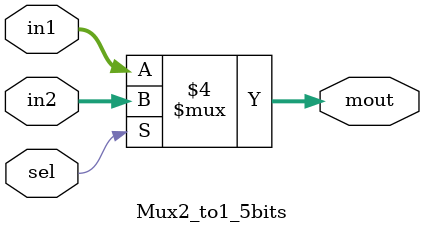
<source format=v>
`timescale 1ns / 1ps
module Mux2_to1_5bits(
	output reg [4:0] mout,
	input [4:0] in1, in2,
	input sel
    );
	 
	 always @(*) begin
	 if (sel == 0) begin
	     mout <= in1;
	 end
	 else begin
	     mout <= in2;
	 end
	 
	 
	 end


endmodule


</source>
